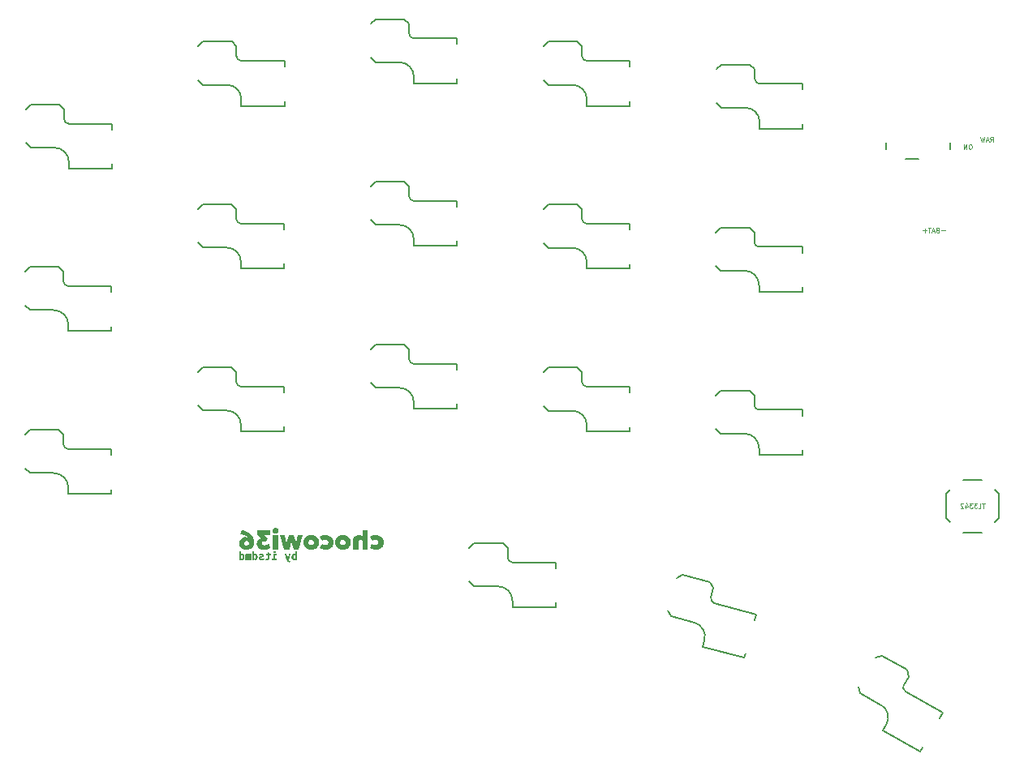
<source format=gbr>
%TF.GenerationSoftware,KiCad,Pcbnew,8.0.6*%
%TF.CreationDate,2024-10-29T20:30:22+07:00*%
%TF.ProjectId,chocowi36,63686f63-6f77-4693-9336-2e6b69636164,rev?*%
%TF.SameCoordinates,Original*%
%TF.FileFunction,Legend,Bot*%
%TF.FilePolarity,Positive*%
%FSLAX46Y46*%
G04 Gerber Fmt 4.6, Leading zero omitted, Abs format (unit mm)*
G04 Created by KiCad (PCBNEW 8.0.6) date 2024-10-29 20:30:22*
%MOMM*%
%LPD*%
G01*
G04 APERTURE LIST*
%ADD10C,0.125000*%
%ADD11C,0.150000*%
%ADD12C,0.127000*%
%ADD13C,0.200000*%
G04 APERTURE END LIST*
D10*
X182515570Y-61524809D02*
X182420332Y-61524809D01*
X182420332Y-61524809D02*
X182372713Y-61548619D01*
X182372713Y-61548619D02*
X182325094Y-61596238D01*
X182325094Y-61596238D02*
X182301284Y-61691476D01*
X182301284Y-61691476D02*
X182301284Y-61858142D01*
X182301284Y-61858142D02*
X182325094Y-61953380D01*
X182325094Y-61953380D02*
X182372713Y-62001000D01*
X182372713Y-62001000D02*
X182420332Y-62024809D01*
X182420332Y-62024809D02*
X182515570Y-62024809D01*
X182515570Y-62024809D02*
X182563189Y-62001000D01*
X182563189Y-62001000D02*
X182610808Y-61953380D01*
X182610808Y-61953380D02*
X182634617Y-61858142D01*
X182634617Y-61858142D02*
X182634617Y-61691476D01*
X182634617Y-61691476D02*
X182610808Y-61596238D01*
X182610808Y-61596238D02*
X182563189Y-61548619D01*
X182563189Y-61548619D02*
X182515570Y-61524809D01*
X182086998Y-62024809D02*
X182086998Y-61524809D01*
X182086998Y-61524809D02*
X181801284Y-62024809D01*
X181801284Y-62024809D02*
X181801284Y-61524809D01*
D11*
G36*
X120458199Y-103872009D02*
G01*
X120557612Y-103867194D01*
X120665560Y-103849899D01*
X120767462Y-103820025D01*
X120863320Y-103777572D01*
X120874877Y-103771381D01*
X120962133Y-103716274D01*
X121039741Y-103652069D01*
X121107702Y-103578765D01*
X121166015Y-103496364D01*
X121212818Y-103406330D01*
X121246248Y-103310617D01*
X121266307Y-103209226D01*
X121272993Y-103102156D01*
X121266839Y-103001959D01*
X121245855Y-102897252D01*
X121209978Y-102798318D01*
X121160710Y-102706089D01*
X121099552Y-102622173D01*
X121033635Y-102553098D01*
X120951277Y-102486435D01*
X120860030Y-102430854D01*
X120769364Y-102389944D01*
X120672287Y-102359289D01*
X120570344Y-102339988D01*
X120463536Y-102332041D01*
X120441590Y-102331814D01*
X120334629Y-102336632D01*
X120232343Y-102351086D01*
X120134732Y-102375177D01*
X120115770Y-102381151D01*
X120024275Y-102416213D01*
X119930902Y-102465250D01*
X119845149Y-102525254D01*
X120083042Y-102936559D01*
X120161438Y-102875656D01*
X120234961Y-102838862D01*
X120332912Y-102813166D01*
X120402511Y-102808087D01*
X120501157Y-102817738D01*
X120574458Y-102842281D01*
X120653759Y-102900835D01*
X120683879Y-102942421D01*
X120716203Y-103035729D01*
X120721493Y-103102156D01*
X120707384Y-103204561D01*
X120660635Y-103292664D01*
X120636008Y-103318555D01*
X120548679Y-103371649D01*
X120445152Y-103394328D01*
X120399581Y-103396224D01*
X120299435Y-103386022D01*
X120215421Y-103360076D01*
X120124310Y-103310121D01*
X120046894Y-103247725D01*
X119833914Y-103670265D01*
X119916737Y-103725019D01*
X120007670Y-103772045D01*
X120106712Y-103811344D01*
X120127494Y-103818276D01*
X120231574Y-103846612D01*
X120334986Y-103864453D01*
X120437730Y-103871799D01*
X120458199Y-103872009D01*
G37*
G36*
X119626308Y-103830000D02*
G01*
X119626308Y-101814019D01*
X119066015Y-101814019D01*
X119066015Y-102718206D01*
X119183740Y-102575568D01*
X119109757Y-102501815D01*
X119026295Y-102438090D01*
X118965387Y-102401179D01*
X118874759Y-102361687D01*
X118776165Y-102338588D01*
X118679622Y-102331814D01*
X118579758Y-102336943D01*
X118477993Y-102354975D01*
X118378063Y-102390238D01*
X118333286Y-102413879D01*
X118246777Y-102476591D01*
X118176661Y-102551886D01*
X118127145Y-102631256D01*
X118087931Y-102726890D01*
X118064995Y-102828411D01*
X118058269Y-102925812D01*
X118058269Y-103830000D01*
X118618073Y-103830000D01*
X118618073Y-103082616D01*
X118632850Y-102983576D01*
X118677180Y-102905296D01*
X118759200Y-102849929D01*
X118845219Y-102835931D01*
X118943496Y-102851318D01*
X118969783Y-102864263D01*
X119036194Y-102936124D01*
X119042567Y-102949748D01*
X119064549Y-103045369D01*
X119066015Y-103082616D01*
X119066015Y-103830000D01*
X119626308Y-103830000D01*
G37*
G36*
X117042894Y-102332368D02*
G01*
X117141328Y-102340675D01*
X117244988Y-102361598D01*
X117342637Y-102394829D01*
X117432969Y-102438601D01*
X117523077Y-102496890D01*
X117603488Y-102565799D01*
X117667268Y-102636276D01*
X117726076Y-102720743D01*
X117772993Y-102812484D01*
X117804163Y-102900173D01*
X117825115Y-102999606D01*
X117832100Y-103102156D01*
X117825597Y-103204982D01*
X117806088Y-103303412D01*
X117773573Y-103397445D01*
X117728052Y-103487083D01*
X117670747Y-103570156D01*
X117603366Y-103644497D01*
X117525911Y-103710107D01*
X117438380Y-103766985D01*
X117414950Y-103779703D01*
X117316688Y-103822369D01*
X117211160Y-103851907D01*
X117112862Y-103866984D01*
X117009001Y-103872009D01*
X116974942Y-103871455D01*
X116876217Y-103863148D01*
X116772595Y-103842225D01*
X116675366Y-103808995D01*
X116585034Y-103765269D01*
X116494925Y-103707144D01*
X116414514Y-103638513D01*
X116350782Y-103568036D01*
X116292137Y-103483568D01*
X116245498Y-103391828D01*
X116214071Y-103303929D01*
X116192945Y-103204485D01*
X116185903Y-103102156D01*
X116729099Y-103102156D01*
X116733486Y-103161677D01*
X116766224Y-103258960D01*
X116792051Y-103297008D01*
X116867340Y-103360565D01*
X116908461Y-103379370D01*
X117009001Y-103396224D01*
X117056676Y-103392742D01*
X117151151Y-103360565D01*
X117188264Y-103335110D01*
X117251779Y-103258960D01*
X117275816Y-103201267D01*
X117288904Y-103102156D01*
X117284632Y-103042414D01*
X117252756Y-102945352D01*
X117227234Y-102907094D01*
X117152616Y-102843747D01*
X117106775Y-102823445D01*
X117009001Y-102808087D01*
X116960811Y-102811570D01*
X116865875Y-102843747D01*
X116828599Y-102868992D01*
X116765735Y-102945352D01*
X116742015Y-103002809D01*
X116729099Y-103102156D01*
X116185903Y-103102156D01*
X116192436Y-102999330D01*
X116212037Y-102900900D01*
X116244704Y-102806866D01*
X116290439Y-102717229D01*
X116347561Y-102633942D01*
X116414881Y-102559448D01*
X116492397Y-102493747D01*
X116580111Y-102436838D01*
X116603482Y-102424120D01*
X116701545Y-102381454D01*
X116806936Y-102351916D01*
X116905164Y-102336839D01*
X117009001Y-102331814D01*
X117042894Y-102332368D01*
G37*
G36*
X115225540Y-103872009D02*
G01*
X115324953Y-103867194D01*
X115432901Y-103849899D01*
X115534803Y-103820025D01*
X115630661Y-103777572D01*
X115642218Y-103771381D01*
X115729474Y-103716274D01*
X115807082Y-103652069D01*
X115875043Y-103578765D01*
X115933356Y-103496364D01*
X115980159Y-103406330D01*
X116013590Y-103310617D01*
X116033648Y-103209226D01*
X116040334Y-103102156D01*
X116034180Y-103001959D01*
X116013196Y-102897252D01*
X115977320Y-102798318D01*
X115928052Y-102706089D01*
X115866893Y-102622173D01*
X115800976Y-102553098D01*
X115718618Y-102486435D01*
X115627371Y-102430854D01*
X115536705Y-102389944D01*
X115439628Y-102359289D01*
X115337686Y-102339988D01*
X115230877Y-102332041D01*
X115208932Y-102331814D01*
X115101970Y-102336632D01*
X114999684Y-102351086D01*
X114902073Y-102375177D01*
X114883112Y-102381151D01*
X114791616Y-102416213D01*
X114698244Y-102465250D01*
X114612490Y-102525254D01*
X114850383Y-102936559D01*
X114928779Y-102875656D01*
X115002302Y-102838862D01*
X115100253Y-102813166D01*
X115169853Y-102808087D01*
X115268498Y-102817738D01*
X115341800Y-102842281D01*
X115421100Y-102900835D01*
X115451220Y-102942421D01*
X115483544Y-103035729D01*
X115488834Y-103102156D01*
X115474725Y-103204561D01*
X115427976Y-103292664D01*
X115403349Y-103318555D01*
X115316021Y-103371649D01*
X115212493Y-103394328D01*
X115166922Y-103396224D01*
X115066776Y-103386022D01*
X114982763Y-103360076D01*
X114891651Y-103310121D01*
X114814235Y-103247725D01*
X114601255Y-103670265D01*
X114684078Y-103725019D01*
X114775011Y-103772045D01*
X114874054Y-103811344D01*
X114894835Y-103818276D01*
X114998915Y-103846612D01*
X115102327Y-103864453D01*
X115205071Y-103871799D01*
X115225540Y-103872009D01*
G37*
G36*
X113740731Y-102332368D02*
G01*
X113839164Y-102340675D01*
X113942824Y-102361598D01*
X114040474Y-102394829D01*
X114130805Y-102438601D01*
X114220914Y-102496890D01*
X114301325Y-102565799D01*
X114365105Y-102636276D01*
X114423913Y-102720743D01*
X114470830Y-102812484D01*
X114501999Y-102900173D01*
X114522952Y-102999606D01*
X114529936Y-103102156D01*
X114523433Y-103204982D01*
X114503925Y-103303412D01*
X114471410Y-103397445D01*
X114425889Y-103487083D01*
X114368583Y-103570156D01*
X114301203Y-103644497D01*
X114223747Y-103710107D01*
X114136217Y-103766985D01*
X114112787Y-103779703D01*
X114014525Y-103822369D01*
X113908997Y-103851907D01*
X113810699Y-103866984D01*
X113706838Y-103872009D01*
X113672779Y-103871455D01*
X113574054Y-103863148D01*
X113470432Y-103842225D01*
X113373202Y-103808995D01*
X113282871Y-103765269D01*
X113192762Y-103707144D01*
X113112351Y-103638513D01*
X113048619Y-103568036D01*
X112989974Y-103483568D01*
X112943335Y-103391828D01*
X112911908Y-103303929D01*
X112890782Y-103204485D01*
X112883740Y-103102156D01*
X113426936Y-103102156D01*
X113431323Y-103161677D01*
X113464061Y-103258960D01*
X113489887Y-103297008D01*
X113565177Y-103360565D01*
X113606298Y-103379370D01*
X113706838Y-103396224D01*
X113754513Y-103392742D01*
X113848987Y-103360565D01*
X113886101Y-103335110D01*
X113949615Y-103258960D01*
X113973652Y-103201267D01*
X113986740Y-103102156D01*
X113982469Y-103042414D01*
X113950592Y-102945352D01*
X113925071Y-102907094D01*
X113850453Y-102843747D01*
X113804611Y-102823445D01*
X113706838Y-102808087D01*
X113658648Y-102811570D01*
X113563712Y-102843747D01*
X113526436Y-102868992D01*
X113463572Y-102945352D01*
X113439851Y-103002809D01*
X113426936Y-103102156D01*
X112883740Y-103102156D01*
X112890273Y-102999330D01*
X112909874Y-102900900D01*
X112942541Y-102806866D01*
X112988276Y-102717229D01*
X113045398Y-102633942D01*
X113112717Y-102559448D01*
X113190234Y-102493747D01*
X113277948Y-102436838D01*
X113301319Y-102424120D01*
X113399382Y-102381454D01*
X113504773Y-102351916D01*
X113603000Y-102336839D01*
X113706838Y-102331814D01*
X113740731Y-102332368D01*
G37*
G36*
X112400627Y-103830000D02*
G01*
X112823656Y-102373824D01*
X112288764Y-102373824D01*
X112101186Y-103188618D01*
X111874528Y-102373824D01*
X111370411Y-102373824D01*
X111146196Y-103188618D01*
X110967410Y-102373824D01*
X110449127Y-102373824D01*
X110872156Y-103830000D01*
X111420725Y-103830000D01*
X111630774Y-103048911D01*
X111852058Y-103830000D01*
X112400627Y-103830000D01*
G37*
G36*
X110264968Y-103830000D02*
G01*
X110264968Y-102373824D01*
X109704675Y-102373824D01*
X109704675Y-103830000D01*
X110264968Y-103830000D01*
G37*
G36*
X109984577Y-102186245D02*
G01*
X110084824Y-102173185D01*
X110179979Y-102129908D01*
X110210746Y-102107110D01*
X110276195Y-102026554D01*
X110304152Y-101931492D01*
X110306489Y-101889734D01*
X110290688Y-101786852D01*
X110238328Y-101698054D01*
X110210746Y-101671870D01*
X110127231Y-101620633D01*
X110032267Y-101595517D01*
X109984577Y-101592735D01*
X109884646Y-101605795D01*
X109789651Y-101649072D01*
X109758897Y-101671870D01*
X109693113Y-101752519D01*
X109665014Y-101847836D01*
X109662665Y-101889734D01*
X109678547Y-101992301D01*
X109731174Y-102080938D01*
X109758897Y-102107110D01*
X109842331Y-102158347D01*
X109937053Y-102183463D01*
X109984577Y-102186245D01*
G37*
G36*
X108786322Y-103872009D02*
G01*
X108887415Y-103867682D01*
X108986998Y-103854699D01*
X109052546Y-103841235D01*
X109153928Y-103812683D01*
X109246925Y-103777037D01*
X109287019Y-103758192D01*
X109374045Y-103705835D01*
X109447243Y-103639490D01*
X109285066Y-103199853D01*
X109211669Y-103274626D01*
X109124594Y-103330997D01*
X109086252Y-103349330D01*
X108989463Y-103382966D01*
X108890339Y-103401079D01*
X108822958Y-103404528D01*
X108723021Y-103393379D01*
X108677389Y-103378639D01*
X108593049Y-103323346D01*
X108578715Y-103306831D01*
X108543613Y-103214775D01*
X108543056Y-103199853D01*
X108566394Y-103101175D01*
X108616817Y-103044515D01*
X108705974Y-103001825D01*
X108803419Y-102989804D01*
X108902484Y-102997025D01*
X108913328Y-102998597D01*
X109011770Y-103018522D01*
X109030076Y-103023510D01*
X109175645Y-102676196D01*
X108730634Y-102320579D01*
X109419399Y-102320579D01*
X109419399Y-101870195D01*
X108108792Y-101870195D01*
X108108792Y-102284431D01*
X108506419Y-102670823D01*
X108404812Y-102695640D01*
X108312975Y-102737103D01*
X108278296Y-102757773D01*
X108195048Y-102823156D01*
X108129652Y-102898821D01*
X108096580Y-102949748D01*
X108055697Y-103039489D01*
X108031785Y-103141467D01*
X108024772Y-103244794D01*
X108032500Y-103343369D01*
X108059214Y-103445645D01*
X108105010Y-103540289D01*
X108122470Y-103567194D01*
X108190476Y-103649655D01*
X108264081Y-103713999D01*
X108349432Y-103768992D01*
X108391137Y-103790432D01*
X108491717Y-103829866D01*
X108588063Y-103854085D01*
X108690942Y-103868106D01*
X108786322Y-103872009D01*
G37*
G36*
X106583226Y-101846206D02*
G01*
X106679506Y-101868760D01*
X106773415Y-101895848D01*
X106879981Y-101933181D01*
X106983321Y-101976685D01*
X107040451Y-102004048D01*
X107136204Y-102056083D01*
X107226581Y-102113402D01*
X107311582Y-102176003D01*
X107391206Y-102243886D01*
X107433964Y-102284828D01*
X107502987Y-102360148D01*
X107564623Y-102440143D01*
X107618872Y-102524813D01*
X107665735Y-102614159D01*
X107688862Y-102667037D01*
X107721914Y-102762513D01*
X107745523Y-102861729D01*
X107759688Y-102964685D01*
X107764410Y-103071381D01*
X107764308Y-103086524D01*
X107757937Y-103189076D01*
X107738520Y-103298893D01*
X107706158Y-103400834D01*
X107660851Y-103494898D01*
X107604064Y-103579712D01*
X107537752Y-103654389D01*
X107461915Y-103718930D01*
X107376552Y-103773335D01*
X107365205Y-103779406D01*
X107270790Y-103821034D01*
X107169902Y-103850328D01*
X107062542Y-103867288D01*
X106963293Y-103872009D01*
X106952485Y-103871958D01*
X106847766Y-103865833D01*
X106749153Y-103849499D01*
X106647731Y-103819741D01*
X106570902Y-103786781D01*
X106485501Y-103737576D01*
X106403000Y-103672707D01*
X106354426Y-103623431D01*
X106292671Y-103542419D01*
X106244242Y-103452889D01*
X106219665Y-103388958D01*
X106195966Y-103288712D01*
X106189127Y-103197411D01*
X106705861Y-103197411D01*
X106707046Y-103222008D01*
X106739567Y-103317090D01*
X106753065Y-103335917D01*
X106831402Y-103399644D01*
X106865139Y-103414048D01*
X106963293Y-103429441D01*
X106999410Y-103427579D01*
X107095673Y-103399644D01*
X107116613Y-103387514D01*
X107187508Y-103317090D01*
X107200641Y-103293331D01*
X107221213Y-103197411D01*
X107220028Y-103172664D01*
X107187508Y-103077732D01*
X107174010Y-103058755D01*
X107095673Y-102995177D01*
X107061699Y-102980537D01*
X106963293Y-102964891D01*
X106927206Y-102966784D01*
X106831402Y-102995177D01*
X106810462Y-103007159D01*
X106739567Y-103077732D01*
X106726433Y-103101323D01*
X106705861Y-103197411D01*
X106189127Y-103197411D01*
X106188066Y-103183244D01*
X106188818Y-103149167D01*
X106200088Y-103051262D01*
X106228471Y-102950092D01*
X106273551Y-102856936D01*
X106284430Y-102839343D01*
X106346435Y-102758476D01*
X106421129Y-102689439D01*
X106508513Y-102632233D01*
X106546676Y-102612998D01*
X106647960Y-102576133D01*
X106746295Y-102556658D01*
X106851430Y-102550167D01*
X106884952Y-102550930D01*
X106983321Y-102562379D01*
X107011084Y-102568093D01*
X107106419Y-102598039D01*
X107049246Y-102535449D01*
X106973551Y-102471521D01*
X106968705Y-102467960D01*
X106885067Y-102414105D01*
X106796231Y-102368939D01*
X106764341Y-102355052D01*
X106668705Y-102319469D01*
X106571527Y-102290781D01*
X106499451Y-102273062D01*
X106397098Y-102252443D01*
X106296999Y-102236559D01*
X106484577Y-101828185D01*
X106583226Y-101846206D01*
G37*
D10*
G36*
X112216621Y-104072069D02*
G01*
X112216621Y-104937275D01*
X112055812Y-104937275D01*
X112048973Y-104881588D01*
X112045489Y-104886228D01*
X112014748Y-104918047D01*
X111978902Y-104940438D01*
X111937952Y-104953401D01*
X111897933Y-104957010D01*
X111878488Y-104956341D01*
X111837573Y-104949948D01*
X111800583Y-104936784D01*
X111764088Y-104914219D01*
X111747706Y-104900003D01*
X111721511Y-104870472D01*
X111699552Y-104835871D01*
X111681827Y-104796200D01*
X111680108Y-104791491D01*
X111668320Y-104752372D01*
X111660025Y-104710689D01*
X111655223Y-104666442D01*
X111653931Y-104626989D01*
X111841073Y-104626989D01*
X111841513Y-104652198D01*
X111845030Y-104697065D01*
X111853191Y-104738695D01*
X111869210Y-104776856D01*
X111876559Y-104787481D01*
X111907232Y-104813511D01*
X111945609Y-104822188D01*
X111960020Y-104821284D01*
X111996802Y-104807729D01*
X112009629Y-104797329D01*
X112035295Y-104765719D01*
X112035295Y-104505258D01*
X112018298Y-104479989D01*
X111991136Y-104451525D01*
X111975382Y-104441118D01*
X111936426Y-104431790D01*
X111922516Y-104432828D01*
X111886209Y-104448399D01*
X111868206Y-104469636D01*
X111852992Y-104507408D01*
X111845729Y-104544099D01*
X111842016Y-104586326D01*
X111841073Y-104626989D01*
X111653931Y-104626989D01*
X111653886Y-104625621D01*
X111654725Y-104588789D01*
X111658136Y-104545497D01*
X111664170Y-104505258D01*
X111674875Y-104461002D01*
X111689358Y-104421141D01*
X111707619Y-104385677D01*
X111725919Y-104360121D01*
X111756813Y-104331620D01*
X111793858Y-104311609D01*
X111837056Y-104300087D01*
X111878980Y-104296968D01*
X111890514Y-104297325D01*
X111929442Y-104304202D01*
X111966126Y-104319829D01*
X111976054Y-104325743D01*
X112007919Y-104350336D01*
X112035295Y-104380988D01*
X112035295Y-104052921D01*
X112216621Y-104072069D01*
G37*
G36*
X110951443Y-104319243D02*
G01*
X111154849Y-104941965D01*
X111168429Y-104979171D01*
X111187370Y-105020002D01*
X111209196Y-105056670D01*
X111233907Y-105089176D01*
X111261504Y-105117519D01*
X111276384Y-105130129D01*
X111308832Y-105152042D01*
X111345361Y-105169422D01*
X111385970Y-105182268D01*
X111430660Y-105190579D01*
X111471018Y-105194043D01*
X111496593Y-105194609D01*
X111517305Y-105069166D01*
X111478566Y-105063027D01*
X111439929Y-105053449D01*
X111419999Y-105046305D01*
X111384634Y-105027079D01*
X111360208Y-105005077D01*
X111336564Y-104971452D01*
X111320738Y-104939229D01*
X111382874Y-104939229D01*
X111576314Y-104319243D01*
X111384632Y-104319243D01*
X111266223Y-104821797D01*
X111137654Y-104319243D01*
X110951443Y-104319243D01*
G37*
G36*
X109887912Y-103994107D02*
G01*
X109847543Y-104000805D01*
X109812812Y-104022713D01*
X109810927Y-104024588D01*
X109788505Y-104058587D01*
X109781061Y-104097204D01*
X109781031Y-104100011D01*
X109787600Y-104139289D01*
X109809087Y-104174087D01*
X109810927Y-104176019D01*
X109845121Y-104199027D01*
X109884986Y-104206666D01*
X109887912Y-104206696D01*
X109928787Y-104199955D01*
X109963965Y-104177906D01*
X109965874Y-104176019D01*
X109988442Y-104141678D01*
X109995936Y-104102830D01*
X109995965Y-104100011D01*
X109989353Y-104060959D01*
X109967726Y-104026496D01*
X109965874Y-104024588D01*
X109931241Y-104001727D01*
X109890875Y-103994137D01*
X109887912Y-103994107D01*
G37*
G36*
X109778296Y-104319243D02*
G01*
X109778296Y-104806947D01*
X109623153Y-104806947D01*
X109623153Y-104932000D01*
X110132546Y-104932000D01*
X110132546Y-104806947D01*
X109959817Y-104806947D01*
X109959817Y-104444295D01*
X110126879Y-104444295D01*
X110126879Y-104319243D01*
X109778296Y-104319243D01*
G37*
G36*
X108913285Y-104899564D02*
G01*
X108947415Y-104919172D01*
X108984197Y-104934835D01*
X108999650Y-104940206D01*
X109039244Y-104950446D01*
X109078678Y-104955681D01*
X109113174Y-104957010D01*
X109155853Y-104954826D01*
X109200176Y-104946755D01*
X109238608Y-104932738D01*
X109275317Y-104909438D01*
X109290787Y-104894875D01*
X109316091Y-104860937D01*
X109334165Y-104821455D01*
X109344049Y-104782360D01*
X109348398Y-104739021D01*
X109348624Y-104725859D01*
X109348624Y-104444295D01*
X109476802Y-104444295D01*
X109476802Y-104319243D01*
X109348624Y-104319243D01*
X109348624Y-104185593D01*
X109167298Y-104163318D01*
X109167298Y-104319243D01*
X108970731Y-104319243D01*
X108988512Y-104444295D01*
X109167298Y-104444295D01*
X109167298Y-104722146D01*
X109162120Y-104761225D01*
X109146586Y-104787408D01*
X109111079Y-104804199D01*
X109080543Y-104806947D01*
X109040668Y-104803665D01*
X109021729Y-104799327D01*
X108984653Y-104785185D01*
X108973662Y-104779397D01*
X108913285Y-104899564D01*
G37*
G36*
X108529140Y-104822188D02*
G01*
X108488205Y-104818573D01*
X108456063Y-104807729D01*
X108429868Y-104777724D01*
X108428121Y-104764156D01*
X108439063Y-104731134D01*
X108471856Y-104709357D01*
X108481073Y-104705538D01*
X108519468Y-104692202D01*
X108558138Y-104680597D01*
X108572909Y-104676424D01*
X108612867Y-104663943D01*
X108653148Y-104646924D01*
X108688484Y-104626752D01*
X108709294Y-104611553D01*
X108737012Y-104581198D01*
X108754463Y-104543134D01*
X108761393Y-104502286D01*
X108761855Y-104487282D01*
X108757605Y-104447837D01*
X108742664Y-104407723D01*
X108716966Y-104372123D01*
X108693858Y-104350897D01*
X108655988Y-104327303D01*
X108616661Y-104312188D01*
X108578353Y-104303341D01*
X108535799Y-104298285D01*
X108497096Y-104296968D01*
X108457577Y-104298348D01*
X108416272Y-104303200D01*
X108374293Y-104312687D01*
X108354849Y-104319048D01*
X108318594Y-104334011D01*
X108282416Y-104353160D01*
X108250117Y-104375126D01*
X108322413Y-104484351D01*
X108356703Y-104465192D01*
X108393237Y-104449773D01*
X108404088Y-104446054D01*
X108442326Y-104436303D01*
X108483545Y-104431916D01*
X108491820Y-104431790D01*
X108534041Y-104435546D01*
X108570632Y-104454232D01*
X108579161Y-104479271D01*
X108568024Y-104506235D01*
X108533231Y-104526517D01*
X108525819Y-104529487D01*
X108487570Y-104542774D01*
X108449459Y-104554534D01*
X108434960Y-104558796D01*
X108396081Y-104570973D01*
X108357828Y-104585677D01*
X108331987Y-104597680D01*
X108297334Y-104619708D01*
X108268672Y-104649702D01*
X108263990Y-104656494D01*
X108247427Y-104693161D01*
X108240613Y-104731794D01*
X108239761Y-104753605D01*
X108243635Y-104793496D01*
X108256844Y-104832484D01*
X108279426Y-104866347D01*
X108309656Y-104894922D01*
X108342506Y-104916171D01*
X108380471Y-104932917D01*
X108384548Y-104934344D01*
X108422357Y-104945301D01*
X108462144Y-104952672D01*
X108503910Y-104956457D01*
X108527968Y-104957010D01*
X108570930Y-104955398D01*
X108611304Y-104950562D01*
X108653629Y-104941268D01*
X108684283Y-104931218D01*
X108720830Y-104915317D01*
X108757703Y-104894640D01*
X108790645Y-104870796D01*
X108799761Y-104863025D01*
X108708317Y-104757903D01*
X108675405Y-104780252D01*
X108638903Y-104799086D01*
X108627814Y-104803821D01*
X108589755Y-104815713D01*
X108548922Y-104821542D01*
X108529140Y-104822188D01*
G37*
G36*
X107738380Y-104354414D02*
G01*
X107760389Y-104334891D01*
X107796803Y-104313181D01*
X107837298Y-104300558D01*
X107876719Y-104296968D01*
X107890677Y-104297341D01*
X107930345Y-104302931D01*
X107970542Y-104317009D01*
X108006656Y-104339369D01*
X108023077Y-104353340D01*
X108049532Y-104382432D01*
X108072000Y-104416593D01*
X108090480Y-104455824D01*
X108092283Y-104460473D01*
X108104648Y-104499195D01*
X108113349Y-104540628D01*
X108118387Y-104584771D01*
X108119789Y-104625621D01*
X108119694Y-104637979D01*
X108117857Y-104679681D01*
X108113683Y-104718971D01*
X108106051Y-104760920D01*
X108095365Y-104799718D01*
X108090564Y-104813386D01*
X108073502Y-104850908D01*
X108049868Y-104886472D01*
X108021311Y-104915586D01*
X108011740Y-104922989D01*
X107976538Y-104942407D01*
X107936261Y-104953733D01*
X107895672Y-104957010D01*
X107870450Y-104955776D01*
X107831171Y-104947917D01*
X107794262Y-104931218D01*
X107786532Y-104926293D01*
X107754314Y-104900946D01*
X107726851Y-104869473D01*
X107717668Y-104937471D01*
X107556858Y-104937471D01*
X107556858Y-104484547D01*
X107738380Y-104484547D01*
X107738380Y-104750674D01*
X107755158Y-104775341D01*
X107782930Y-104803039D01*
X107799076Y-104813137D01*
X107838226Y-104822188D01*
X107850056Y-104821384D01*
X107887270Y-104805384D01*
X107905079Y-104783866D01*
X107920487Y-104745984D01*
X107927869Y-104709375D01*
X107931643Y-104667369D01*
X107932602Y-104626989D01*
X107932153Y-104601780D01*
X107928562Y-104556913D01*
X107920232Y-104515283D01*
X107903879Y-104477122D01*
X107898332Y-104469020D01*
X107868177Y-104441751D01*
X107828066Y-104431790D01*
X107816083Y-104432463D01*
X107778631Y-104445859D01*
X107765549Y-104455598D01*
X107738380Y-104484547D01*
X107556858Y-104484547D01*
X107556858Y-104072069D01*
X107738380Y-104052921D01*
X107738380Y-104354414D01*
G37*
G36*
X106945860Y-104296968D02*
G01*
X106905233Y-104302001D01*
X106869970Y-104318973D01*
X106849726Y-104339564D01*
X106831816Y-104375013D01*
X106822692Y-104413188D01*
X106818759Y-104454050D01*
X106818268Y-104476926D01*
X106818268Y-104932000D01*
X106973997Y-104932000D01*
X106973997Y-104491581D01*
X106977694Y-104452096D01*
X106980054Y-104445272D01*
X107004479Y-104431790D01*
X107033983Y-104441364D01*
X107061928Y-104469154D01*
X107067591Y-104476926D01*
X107067591Y-104932000D01*
X107195184Y-104932000D01*
X107195184Y-104491581D01*
X107198881Y-104452096D01*
X107201241Y-104445272D01*
X107225665Y-104431790D01*
X107255170Y-104441364D01*
X107283114Y-104469154D01*
X107288777Y-104476926D01*
X107288777Y-104932000D01*
X107446656Y-104932000D01*
X107446656Y-104319243D01*
X107313397Y-104319243D01*
X107301478Y-104375321D01*
X107276233Y-104345097D01*
X107245277Y-104318150D01*
X107243446Y-104316898D01*
X107207011Y-104300783D01*
X107173886Y-104296968D01*
X107134791Y-104303837D01*
X107115072Y-104314554D01*
X107089074Y-104345877D01*
X107080292Y-104369069D01*
X107051324Y-104340053D01*
X107019524Y-104317094D01*
X106982093Y-104301390D01*
X106945860Y-104296968D01*
G37*
G36*
X106361241Y-104354414D02*
G01*
X106383250Y-104334891D01*
X106419664Y-104313181D01*
X106460159Y-104300558D01*
X106499580Y-104296968D01*
X106513538Y-104297341D01*
X106553206Y-104302931D01*
X106593403Y-104317009D01*
X106629517Y-104339369D01*
X106645938Y-104353340D01*
X106672393Y-104382432D01*
X106694861Y-104416593D01*
X106713341Y-104455824D01*
X106715144Y-104460473D01*
X106727509Y-104499195D01*
X106736210Y-104540628D01*
X106741248Y-104584771D01*
X106742650Y-104625621D01*
X106742555Y-104637979D01*
X106740718Y-104679681D01*
X106736544Y-104718971D01*
X106728912Y-104760920D01*
X106718226Y-104799718D01*
X106713425Y-104813386D01*
X106696363Y-104850908D01*
X106672729Y-104886472D01*
X106644172Y-104915586D01*
X106634601Y-104922989D01*
X106599399Y-104942407D01*
X106559122Y-104953733D01*
X106518533Y-104957010D01*
X106493311Y-104955776D01*
X106454032Y-104947917D01*
X106417124Y-104931218D01*
X106409393Y-104926293D01*
X106377175Y-104900946D01*
X106349712Y-104869473D01*
X106340529Y-104937471D01*
X106179719Y-104937471D01*
X106179719Y-104484547D01*
X106361241Y-104484547D01*
X106361241Y-104750674D01*
X106378019Y-104775341D01*
X106405791Y-104803039D01*
X106421937Y-104813137D01*
X106461087Y-104822188D01*
X106472918Y-104821384D01*
X106510131Y-104805384D01*
X106527940Y-104783866D01*
X106543348Y-104745984D01*
X106550730Y-104709375D01*
X106554504Y-104667369D01*
X106555463Y-104626989D01*
X106555014Y-104601780D01*
X106551423Y-104556913D01*
X106543093Y-104515283D01*
X106526740Y-104477122D01*
X106521193Y-104469020D01*
X106491038Y-104441751D01*
X106450927Y-104431790D01*
X106438944Y-104432463D01*
X106401492Y-104445859D01*
X106388410Y-104455598D01*
X106361241Y-104484547D01*
X106179719Y-104484547D01*
X106179719Y-104072069D01*
X106361241Y-104052921D01*
X106361241Y-104354414D01*
G37*
X179834761Y-70544333D02*
X179453809Y-70544333D01*
X179049046Y-70472904D02*
X178977618Y-70496714D01*
X178977618Y-70496714D02*
X178953808Y-70520523D01*
X178953808Y-70520523D02*
X178929999Y-70568142D01*
X178929999Y-70568142D02*
X178929999Y-70639571D01*
X178929999Y-70639571D02*
X178953808Y-70687190D01*
X178953808Y-70687190D02*
X178977618Y-70711000D01*
X178977618Y-70711000D02*
X179025237Y-70734809D01*
X179025237Y-70734809D02*
X179215713Y-70734809D01*
X179215713Y-70734809D02*
X179215713Y-70234809D01*
X179215713Y-70234809D02*
X179049046Y-70234809D01*
X179049046Y-70234809D02*
X179001427Y-70258619D01*
X179001427Y-70258619D02*
X178977618Y-70282428D01*
X178977618Y-70282428D02*
X178953808Y-70330047D01*
X178953808Y-70330047D02*
X178953808Y-70377666D01*
X178953808Y-70377666D02*
X178977618Y-70425285D01*
X178977618Y-70425285D02*
X179001427Y-70449095D01*
X179001427Y-70449095D02*
X179049046Y-70472904D01*
X179049046Y-70472904D02*
X179215713Y-70472904D01*
X178739522Y-70591952D02*
X178501427Y-70591952D01*
X178787141Y-70734809D02*
X178620475Y-70234809D01*
X178620475Y-70234809D02*
X178453808Y-70734809D01*
X178358570Y-70234809D02*
X178072856Y-70234809D01*
X178215713Y-70734809D02*
X178215713Y-70234809D01*
X177906190Y-70544333D02*
X177525238Y-70544333D01*
X177715714Y-70734809D02*
X177715714Y-70353857D01*
X184547238Y-61248809D02*
X184713904Y-61010714D01*
X184832952Y-61248809D02*
X184832952Y-60748809D01*
X184832952Y-60748809D02*
X184642476Y-60748809D01*
X184642476Y-60748809D02*
X184594857Y-60772619D01*
X184594857Y-60772619D02*
X184571047Y-60796428D01*
X184571047Y-60796428D02*
X184547238Y-60844047D01*
X184547238Y-60844047D02*
X184547238Y-60915476D01*
X184547238Y-60915476D02*
X184571047Y-60963095D01*
X184571047Y-60963095D02*
X184594857Y-60986904D01*
X184594857Y-60986904D02*
X184642476Y-61010714D01*
X184642476Y-61010714D02*
X184832952Y-61010714D01*
X184356761Y-61105952D02*
X184118666Y-61105952D01*
X184404380Y-61248809D02*
X184237714Y-60748809D01*
X184237714Y-60748809D02*
X184071047Y-61248809D01*
X183952000Y-60748809D02*
X183832952Y-61248809D01*
X183832952Y-61248809D02*
X183737714Y-60891666D01*
X183737714Y-60891666D02*
X183642476Y-61248809D01*
X183642476Y-61248809D02*
X183523429Y-60748809D01*
X183997617Y-99024809D02*
X183711903Y-99024809D01*
X183854760Y-99524809D02*
X183854760Y-99024809D01*
X183307142Y-99524809D02*
X183545237Y-99524809D01*
X183545237Y-99524809D02*
X183545237Y-99024809D01*
X183188094Y-99024809D02*
X182878570Y-99024809D01*
X182878570Y-99024809D02*
X183045237Y-99215285D01*
X183045237Y-99215285D02*
X182973808Y-99215285D01*
X182973808Y-99215285D02*
X182926189Y-99239095D01*
X182926189Y-99239095D02*
X182902380Y-99262904D01*
X182902380Y-99262904D02*
X182878570Y-99310523D01*
X182878570Y-99310523D02*
X182878570Y-99429571D01*
X182878570Y-99429571D02*
X182902380Y-99477190D01*
X182902380Y-99477190D02*
X182926189Y-99501000D01*
X182926189Y-99501000D02*
X182973808Y-99524809D01*
X182973808Y-99524809D02*
X183116665Y-99524809D01*
X183116665Y-99524809D02*
X183164284Y-99501000D01*
X183164284Y-99501000D02*
X183188094Y-99477190D01*
X182711904Y-99024809D02*
X182402380Y-99024809D01*
X182402380Y-99024809D02*
X182569047Y-99215285D01*
X182569047Y-99215285D02*
X182497618Y-99215285D01*
X182497618Y-99215285D02*
X182449999Y-99239095D01*
X182449999Y-99239095D02*
X182426190Y-99262904D01*
X182426190Y-99262904D02*
X182402380Y-99310523D01*
X182402380Y-99310523D02*
X182402380Y-99429571D01*
X182402380Y-99429571D02*
X182426190Y-99477190D01*
X182426190Y-99477190D02*
X182449999Y-99501000D01*
X182449999Y-99501000D02*
X182497618Y-99524809D01*
X182497618Y-99524809D02*
X182640475Y-99524809D01*
X182640475Y-99524809D02*
X182688094Y-99501000D01*
X182688094Y-99501000D02*
X182711904Y-99477190D01*
X181973809Y-99191476D02*
X181973809Y-99524809D01*
X182092857Y-99001000D02*
X182211904Y-99358142D01*
X182211904Y-99358142D02*
X181902381Y-99358142D01*
X181735714Y-99072428D02*
X181711905Y-99048619D01*
X181711905Y-99048619D02*
X181664286Y-99024809D01*
X181664286Y-99024809D02*
X181545238Y-99024809D01*
X181545238Y-99024809D02*
X181497619Y-99048619D01*
X181497619Y-99048619D02*
X181473810Y-99072428D01*
X181473810Y-99072428D02*
X181450000Y-99120047D01*
X181450000Y-99120047D02*
X181450000Y-99167666D01*
X181450000Y-99167666D02*
X181473810Y-99239095D01*
X181473810Y-99239095D02*
X181759524Y-99524809D01*
X181759524Y-99524809D02*
X181450000Y-99524809D01*
D12*
%TO.C,SW_POWER2*%
X180400000Y-62075001D02*
X180400000Y-61375001D01*
X177050000Y-63075001D02*
X175750000Y-63075001D01*
X173700000Y-61375001D02*
X173700000Y-62075001D01*
D11*
%TO.C,SW2*%
X83910000Y-57880000D02*
X84410000Y-57380000D01*
X83910000Y-61380000D02*
X84410000Y-61880000D01*
X84410000Y-57380000D02*
X87410000Y-57380000D01*
X84410000Y-61880000D02*
X86910000Y-61880000D01*
X87410000Y-57380000D02*
X87910000Y-57880000D01*
X87910000Y-58880000D02*
X87910000Y-57880000D01*
X88410000Y-63380000D02*
X88410000Y-64080000D01*
X88410000Y-64080000D02*
X92910000Y-64080000D01*
X92910000Y-59380000D02*
X88410000Y-59380000D01*
X92910000Y-59980000D02*
X92910000Y-59380000D01*
X92910000Y-64080000D02*
X92910000Y-63580000D01*
X86910000Y-61880000D02*
G75*
G02*
X88410000Y-63380000I0J-1500000D01*
G01*
X88410000Y-59380000D02*
G75*
G02*
X87910000Y-58880000I0J500000D01*
G01*
%TO.C,SW3*%
X101910000Y-51320000D02*
X102410000Y-50820000D01*
X101910000Y-54820000D02*
X102410000Y-55320000D01*
X102410000Y-50820000D02*
X105410000Y-50820000D01*
X102410000Y-55320000D02*
X104910000Y-55320000D01*
X105410000Y-50820000D02*
X105910000Y-51320000D01*
X105910000Y-52320000D02*
X105910000Y-51320000D01*
X106410000Y-56820000D02*
X106410000Y-57520000D01*
X106410000Y-57520000D02*
X110910000Y-57520000D01*
X110910000Y-52820000D02*
X106410000Y-52820000D01*
X110910000Y-53420000D02*
X110910000Y-52820000D01*
X110910000Y-57520000D02*
X110910000Y-57020000D01*
X104910000Y-55320000D02*
G75*
G02*
X106410000Y-56820000I0J-1500000D01*
G01*
X106410000Y-52820000D02*
G75*
G02*
X105910000Y-52320000I0J500000D01*
G01*
%TO.C,SW4*%
X119910000Y-48960000D02*
X120410000Y-48460000D01*
X119910000Y-52460000D02*
X120410000Y-52960000D01*
X120410000Y-48460000D02*
X123410000Y-48460000D01*
X120410000Y-52960000D02*
X122910000Y-52960000D01*
X123410000Y-48460000D02*
X123910000Y-48960000D01*
X123910000Y-49960000D02*
X123910000Y-48960000D01*
X124410000Y-54460000D02*
X124410000Y-55160000D01*
X124410000Y-55160000D02*
X128910000Y-55160000D01*
X128910000Y-50460000D02*
X124410000Y-50460000D01*
X128910000Y-51060000D02*
X128910000Y-50460000D01*
X128910000Y-55160000D02*
X128910000Y-54660000D01*
X122910000Y-52960000D02*
G75*
G02*
X124410000Y-54460000I0J-1500000D01*
G01*
X124410000Y-50460000D02*
G75*
G02*
X123910000Y-49960000I0J500000D01*
G01*
%TO.C,SW5*%
X137954000Y-51320000D02*
X138454000Y-50820000D01*
X137954000Y-54820000D02*
X138454000Y-55320000D01*
X138454000Y-50820000D02*
X141454000Y-50820000D01*
X138454000Y-55320000D02*
X140954000Y-55320000D01*
X141454000Y-50820000D02*
X141954000Y-51320000D01*
X141954000Y-52320000D02*
X141954000Y-51320000D01*
X142454000Y-56820000D02*
X142454000Y-57520000D01*
X142454000Y-57520000D02*
X146954000Y-57520000D01*
X146954000Y-52820000D02*
X142454000Y-52820000D01*
X146954000Y-53420000D02*
X146954000Y-52820000D01*
X146954000Y-57520000D02*
X146954000Y-57020000D01*
X140954000Y-55320000D02*
G75*
G02*
X142454000Y-56820000I0J-1500000D01*
G01*
X142454000Y-52820000D02*
G75*
G02*
X141954000Y-52320000I0J500000D01*
G01*
%TO.C,SW6*%
X155988000Y-53700000D02*
X156488000Y-53200000D01*
X155988000Y-57200000D02*
X156488000Y-57700000D01*
X156488000Y-53200000D02*
X159488000Y-53200000D01*
X156488000Y-57700000D02*
X158988000Y-57700000D01*
X159488000Y-53200000D02*
X159988000Y-53700000D01*
X159988000Y-54700000D02*
X159988000Y-53700000D01*
X160488000Y-59200000D02*
X160488000Y-59900000D01*
X160488000Y-59900000D02*
X164988000Y-59900000D01*
X164988000Y-55200000D02*
X160488000Y-55200000D01*
X164988000Y-55800000D02*
X164988000Y-55200000D01*
X164988000Y-59900000D02*
X164988000Y-59400000D01*
X158988000Y-57700000D02*
G75*
G02*
X160488000Y-59200000I0J-1500000D01*
G01*
X160488000Y-55200000D02*
G75*
G02*
X159988000Y-54700000I0J500000D01*
G01*
%TO.C,SW8*%
X83852000Y-74850000D02*
X84352000Y-74350000D01*
X83852000Y-78350000D02*
X84352000Y-78850000D01*
X84352000Y-74350000D02*
X87352000Y-74350000D01*
X84352000Y-78850000D02*
X86852000Y-78850000D01*
X87352000Y-74350000D02*
X87852000Y-74850000D01*
X87852000Y-75850000D02*
X87852000Y-74850000D01*
X88352000Y-80350000D02*
X88352000Y-81050000D01*
X88352000Y-81050000D02*
X92852000Y-81050000D01*
X92852000Y-76350000D02*
X88352000Y-76350000D01*
X92852000Y-76950000D02*
X92852000Y-76350000D01*
X92852000Y-81050000D02*
X92852000Y-80550000D01*
X86852000Y-78850000D02*
G75*
G02*
X88352000Y-80350000I0J-1500000D01*
G01*
X88352000Y-76350000D02*
G75*
G02*
X87852000Y-75850000I0J500000D01*
G01*
%TO.C,SW9*%
X101870000Y-68310000D02*
X102370000Y-67810000D01*
X101870000Y-71810000D02*
X102370000Y-72310000D01*
X102370000Y-67810000D02*
X105370000Y-67810000D01*
X102370000Y-72310000D02*
X104870000Y-72310000D01*
X105370000Y-67810000D02*
X105870000Y-68310000D01*
X105870000Y-69310000D02*
X105870000Y-68310000D01*
X106370000Y-73810000D02*
X106370000Y-74510000D01*
X106370000Y-74510000D02*
X110870000Y-74510000D01*
X110870000Y-69810000D02*
X106370000Y-69810000D01*
X110870000Y-70410000D02*
X110870000Y-69810000D01*
X110870000Y-74510000D02*
X110870000Y-74010000D01*
X104870000Y-72310000D02*
G75*
G02*
X106370000Y-73810000I0J-1500000D01*
G01*
X106370000Y-69810000D02*
G75*
G02*
X105870000Y-69310000I0J500000D01*
G01*
%TO.C,SW10*%
X119910000Y-65940000D02*
X120410000Y-65440000D01*
X119910000Y-69440000D02*
X120410000Y-69940000D01*
X120410000Y-65440000D02*
X123410000Y-65440000D01*
X120410000Y-69940000D02*
X122910000Y-69940000D01*
X123410000Y-65440000D02*
X123910000Y-65940000D01*
X123910000Y-66940000D02*
X123910000Y-65940000D01*
X124410000Y-71440000D02*
X124410000Y-72140000D01*
X124410000Y-72140000D02*
X128910000Y-72140000D01*
X128910000Y-67440000D02*
X124410000Y-67440000D01*
X128910000Y-68040000D02*
X128910000Y-67440000D01*
X128910000Y-72140000D02*
X128910000Y-71640000D01*
X122910000Y-69940000D02*
G75*
G02*
X124410000Y-71440000I0J-1500000D01*
G01*
X124410000Y-67440000D02*
G75*
G02*
X123910000Y-66940000I0J500000D01*
G01*
%TO.C,SW11*%
X137954000Y-68332000D02*
X138454000Y-67832000D01*
X137954000Y-71832000D02*
X138454000Y-72332000D01*
X138454000Y-67832000D02*
X141454000Y-67832000D01*
X138454000Y-72332000D02*
X140954000Y-72332000D01*
X141454000Y-67832000D02*
X141954000Y-68332000D01*
X141954000Y-69332000D02*
X141954000Y-68332000D01*
X142454000Y-73832000D02*
X142454000Y-74532000D01*
X142454000Y-74532000D02*
X146954000Y-74532000D01*
X146954000Y-69832000D02*
X142454000Y-69832000D01*
X146954000Y-70432000D02*
X146954000Y-69832000D01*
X146954000Y-74532000D02*
X146954000Y-74032000D01*
X140954000Y-72332000D02*
G75*
G02*
X142454000Y-73832000I0J-1500000D01*
G01*
X142454000Y-69832000D02*
G75*
G02*
X141954000Y-69332000I0J500000D01*
G01*
%TO.C,SW12*%
X155940000Y-70740000D02*
X156440000Y-70240000D01*
X155940000Y-74240000D02*
X156440000Y-74740000D01*
X156440000Y-70240000D02*
X159440000Y-70240000D01*
X156440000Y-74740000D02*
X158940000Y-74740000D01*
X159440000Y-70240000D02*
X159940000Y-70740000D01*
X159940000Y-71740000D02*
X159940000Y-70740000D01*
X160440000Y-76240000D02*
X160440000Y-76940000D01*
X160440000Y-76940000D02*
X164940000Y-76940000D01*
X164940000Y-72240000D02*
X160440000Y-72240000D01*
X164940000Y-72840000D02*
X164940000Y-72240000D01*
X164940000Y-76940000D02*
X164940000Y-76440000D01*
X158940000Y-74740000D02*
G75*
G02*
X160440000Y-76240000I0J-1500000D01*
G01*
X160440000Y-72240000D02*
G75*
G02*
X159940000Y-71740000I0J500000D01*
G01*
%TO.C,SW14*%
X83852000Y-91868000D02*
X84352000Y-91368000D01*
X83852000Y-95368000D02*
X84352000Y-95868000D01*
X84352000Y-91368000D02*
X87352000Y-91368000D01*
X84352000Y-95868000D02*
X86852000Y-95868000D01*
X87352000Y-91368000D02*
X87852000Y-91868000D01*
X87852000Y-92868000D02*
X87852000Y-91868000D01*
X88352000Y-97368000D02*
X88352000Y-98068000D01*
X88352000Y-98068000D02*
X92852000Y-98068000D01*
X92852000Y-93368000D02*
X88352000Y-93368000D01*
X92852000Y-93968000D02*
X92852000Y-93368000D01*
X92852000Y-98068000D02*
X92852000Y-97568000D01*
X86852000Y-95868000D02*
G75*
G02*
X88352000Y-97368000I0J-1500000D01*
G01*
X88352000Y-93368000D02*
G75*
G02*
X87852000Y-92868000I0J500000D01*
G01*
%TO.C,SW15*%
X101870000Y-85328000D02*
X102370000Y-84828000D01*
X101870000Y-88828000D02*
X102370000Y-89328000D01*
X102370000Y-84828000D02*
X105370000Y-84828000D01*
X102370000Y-89328000D02*
X104870000Y-89328000D01*
X105370000Y-84828000D02*
X105870000Y-85328000D01*
X105870000Y-86328000D02*
X105870000Y-85328000D01*
X106370000Y-90828000D02*
X106370000Y-91528000D01*
X106370000Y-91528000D02*
X110870000Y-91528000D01*
X110870000Y-86828000D02*
X106370000Y-86828000D01*
X110870000Y-87428000D02*
X110870000Y-86828000D01*
X110870000Y-91528000D02*
X110870000Y-91028000D01*
X104870000Y-89328000D02*
G75*
G02*
X106370000Y-90828000I0J-1500000D01*
G01*
X106370000Y-86828000D02*
G75*
G02*
X105870000Y-86328000I0J500000D01*
G01*
%TO.C,SW16*%
X119910000Y-82958000D02*
X120410000Y-82458000D01*
X119910000Y-86458000D02*
X120410000Y-86958000D01*
X120410000Y-82458000D02*
X123410000Y-82458000D01*
X120410000Y-86958000D02*
X122910000Y-86958000D01*
X123410000Y-82458000D02*
X123910000Y-82958000D01*
X123910000Y-83958000D02*
X123910000Y-82958000D01*
X124410000Y-88458000D02*
X124410000Y-89158000D01*
X124410000Y-89158000D02*
X128910000Y-89158000D01*
X128910000Y-84458000D02*
X124410000Y-84458000D01*
X128910000Y-85058000D02*
X128910000Y-84458000D01*
X128910000Y-89158000D02*
X128910000Y-88658000D01*
X122910000Y-86958000D02*
G75*
G02*
X124410000Y-88458000I0J-1500000D01*
G01*
X124410000Y-84458000D02*
G75*
G02*
X123910000Y-83958000I0J500000D01*
G01*
%TO.C,SW17*%
X137954000Y-85350000D02*
X138454000Y-84850000D01*
X137954000Y-88850000D02*
X138454000Y-89350000D01*
X138454000Y-84850000D02*
X141454000Y-84850000D01*
X138454000Y-89350000D02*
X140954000Y-89350000D01*
X141454000Y-84850000D02*
X141954000Y-85350000D01*
X141954000Y-86350000D02*
X141954000Y-85350000D01*
X142454000Y-90850000D02*
X142454000Y-91550000D01*
X142454000Y-91550000D02*
X146954000Y-91550000D01*
X146954000Y-86850000D02*
X142454000Y-86850000D01*
X146954000Y-87450000D02*
X146954000Y-86850000D01*
X146954000Y-91550000D02*
X146954000Y-91050000D01*
X140954000Y-89350000D02*
G75*
G02*
X142454000Y-90850000I0J-1500000D01*
G01*
X142454000Y-86850000D02*
G75*
G02*
X141954000Y-86350000I0J500000D01*
G01*
%TO.C,SW18*%
X155940000Y-87758000D02*
X156440000Y-87258000D01*
X155940000Y-91258000D02*
X156440000Y-91758000D01*
X156440000Y-87258000D02*
X159440000Y-87258000D01*
X156440000Y-91758000D02*
X158940000Y-91758000D01*
X159440000Y-87258000D02*
X159940000Y-87758000D01*
X159940000Y-88758000D02*
X159940000Y-87758000D01*
X160440000Y-93258000D02*
X160440000Y-93958000D01*
X160440000Y-93958000D02*
X164940000Y-93958000D01*
X164939999Y-89858000D02*
X164940000Y-89257999D01*
X164940000Y-89257999D02*
X160440000Y-89258000D01*
X164940000Y-93958000D02*
X164940000Y-93458000D01*
X158940000Y-91758000D02*
G75*
G02*
X160440000Y-93258000I0J-1500000D01*
G01*
X160440000Y-89258000D02*
G75*
G02*
X159940000Y-88758000I0J500000D01*
G01*
%TO.C,SW20*%
X150909088Y-110226473D02*
X151262642Y-110838846D01*
X151262642Y-110838846D02*
X153677456Y-111485893D01*
X151814955Y-106845733D02*
X152427327Y-106492180D01*
X152427327Y-106492180D02*
X155325105Y-107268637D01*
X154556943Y-113999159D02*
X158903609Y-115163846D01*
X154738115Y-113323012D02*
X154556943Y-113999159D01*
X155325105Y-107268637D02*
X155678658Y-107881008D01*
X155419839Y-108846935D02*
X155678658Y-107881008D01*
X158903609Y-115163846D02*
X159033019Y-114680882D01*
X159964767Y-111203549D02*
X160120059Y-110623993D01*
X160120059Y-110623993D02*
X155773393Y-109459307D01*
X153677456Y-111485893D02*
G75*
G02*
X154738115Y-113323012I-388223J-1448885D01*
G01*
X155773393Y-109459307D02*
G75*
G02*
X155419840Y-108846935I129409J482962D01*
G01*
%TO.C,SW21*%
X170817949Y-118153193D02*
X171000962Y-118836206D01*
X171000962Y-118836206D02*
X173166025Y-120086206D01*
X172567949Y-115122104D02*
X173250962Y-114939092D01*
X173250962Y-114939092D02*
X175849038Y-116439092D01*
X173365064Y-122741461D02*
X177262178Y-124991462D01*
X173715064Y-122135244D02*
X173365064Y-122741461D01*
X175532051Y-117988130D02*
X176032051Y-117122104D01*
X175849038Y-116439092D02*
X176032051Y-117122104D01*
X177262178Y-124991462D02*
X177512178Y-124558449D01*
X179312178Y-121440758D02*
X179612178Y-120921142D01*
X179612178Y-120921142D02*
X175715063Y-118671142D01*
X173166025Y-120086206D02*
G75*
G02*
X173715063Y-122135244I-750000J-1299038D01*
G01*
X175715063Y-118671142D02*
G75*
G02*
X175532051Y-117988130I250001J433012D01*
G01*
%TO.C,SW19*%
X130200000Y-103700000D02*
X130700000Y-103200000D01*
X130200000Y-107200000D02*
X130700000Y-107700000D01*
X130700000Y-103200000D02*
X133700000Y-103200000D01*
X130700000Y-107700000D02*
X133200000Y-107700000D01*
X133700000Y-103200000D02*
X134200000Y-103700000D01*
X134200000Y-104700000D02*
X134200000Y-103700000D01*
X134700000Y-109200000D02*
X134700000Y-109900000D01*
X134700000Y-109900000D02*
X139200000Y-109900000D01*
X139199999Y-105800000D02*
X139200000Y-105199999D01*
X139200000Y-105199999D02*
X134700000Y-105200000D01*
X139200000Y-109900000D02*
X139200000Y-109400000D01*
X133200000Y-107700000D02*
G75*
G02*
X134700000Y-109200000I0J-1500000D01*
G01*
X134700000Y-105200000D02*
G75*
G02*
X134200000Y-104700000I0J500000D01*
G01*
D13*
%TO.C,SW_RST2*%
X179950000Y-98050000D02*
X180400000Y-97600000D01*
X179950000Y-100550000D02*
X179950000Y-98050000D01*
X179950000Y-100550000D02*
X180400000Y-101000000D01*
X183700000Y-96550000D02*
X181700000Y-96550000D01*
X183700000Y-102050000D02*
X181700000Y-102050000D01*
X185450000Y-98050000D02*
X185000000Y-97600000D01*
X185450000Y-100550000D02*
X185000000Y-101000000D01*
X185450000Y-100550000D02*
X185450000Y-98050000D01*
%TD*%
M02*

</source>
